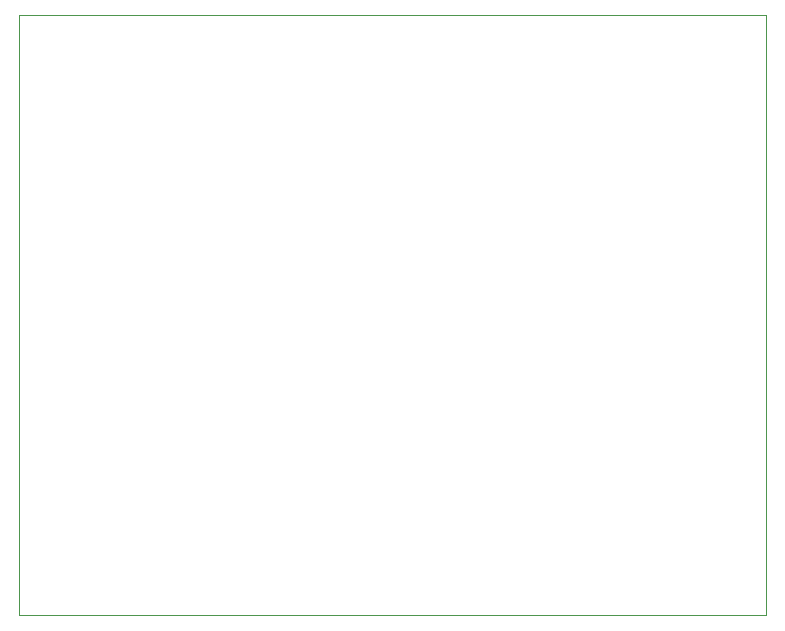
<source format=gbr>
G04 #@! TF.GenerationSoftware,KiCad,Pcbnew,(6.0.1-0)*
G04 #@! TF.CreationDate,2022-02-08T18:02:56+01:00*
G04 #@! TF.ProjectId,inrush-current-limiter-relais,696e7275-7368-42d6-9375-7272656e742d,rev?*
G04 #@! TF.SameCoordinates,Original*
G04 #@! TF.FileFunction,Profile,NP*
%FSLAX46Y46*%
G04 Gerber Fmt 4.6, Leading zero omitted, Abs format (unit mm)*
G04 Created by KiCad (PCBNEW (6.0.1-0)) date 2022-02-08 18:02:56*
%MOMM*%
%LPD*%
G01*
G04 APERTURE LIST*
G04 #@! TA.AperFunction,Profile*
%ADD10C,0.100000*%
G04 #@! TD*
G04 APERTURE END LIST*
D10*
X80772000Y-55880000D02*
X144018000Y-55880000D01*
X144018000Y-55880000D02*
X144018000Y-106680000D01*
X144018000Y-106680000D02*
X80772000Y-106680000D01*
X80772000Y-106680000D02*
X80772000Y-55880000D01*
M02*

</source>
